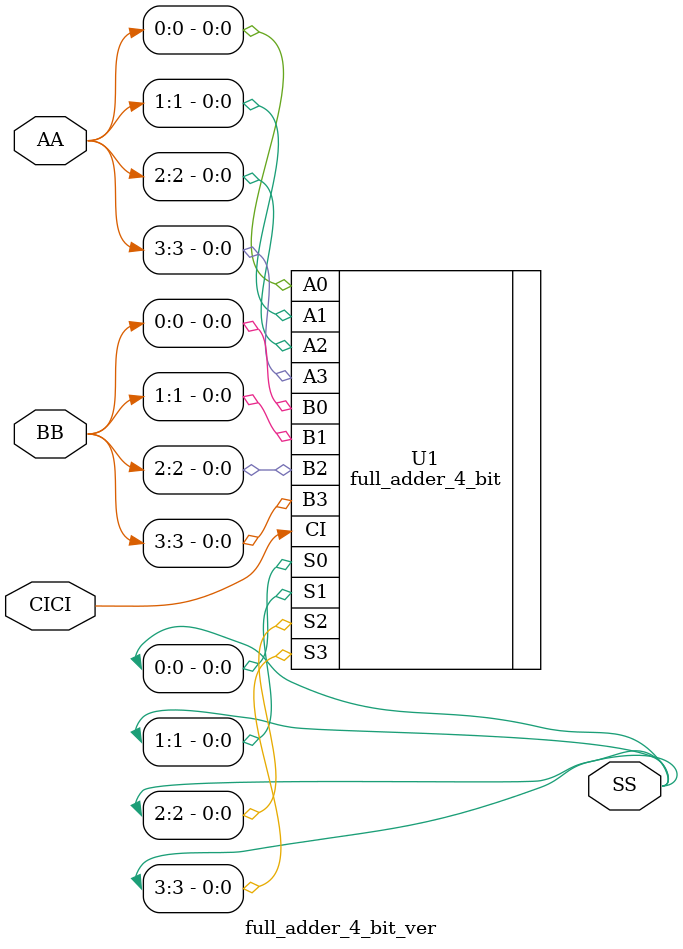
<source format=v>
`timescale 1ns / 1ps


module full_adder_4_bit_ver(
    input wire [3:0] AA,
    input wire [3:0] BB,
    input wire CICI,
    output wire [3:0] SS
    );

full_adder_4_bit U1(
    .CI(CICI),
    .A0(AA[0]), .A1(AA[1]), .A2(AA[2]), .A3(AA[3]),
    .B0(BB[0]), .B1(BB[1]), .B2(BB[2]), .B3(BB[3]),
    .S0(SS[0]), .S1(SS[1]), .S2(SS[2]), .S3(SS[3])
    );

endmodule

</source>
